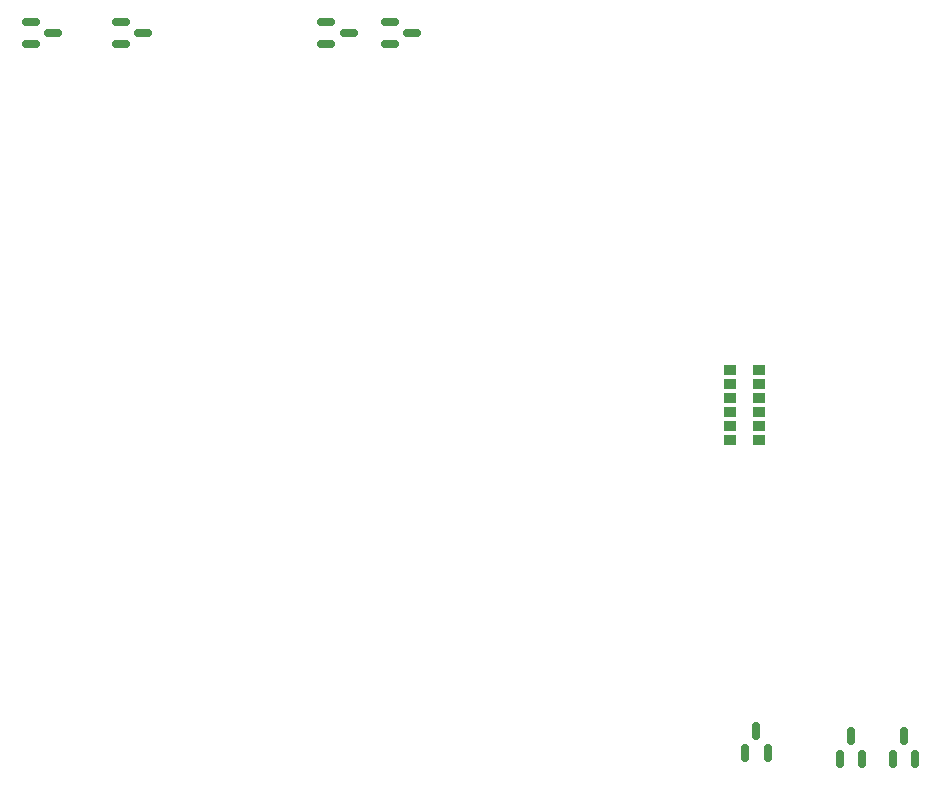
<source format=gbr>
%TF.GenerationSoftware,KiCad,Pcbnew,(6.0.0)*%
%TF.CreationDate,2022-08-12T16:53:37+02:00*%
%TF.ProjectId,PulseOximeter,50756c73-654f-4786-996d-657465722e6b,rev?*%
%TF.SameCoordinates,Original*%
%TF.FileFunction,Paste,Top*%
%TF.FilePolarity,Positive*%
%FSLAX46Y46*%
G04 Gerber Fmt 4.6, Leading zero omitted, Abs format (unit mm)*
G04 Created by KiCad (PCBNEW (6.0.0)) date 2022-08-12 16:53:37*
%MOMM*%
%LPD*%
G01*
G04 APERTURE LIST*
G04 Aperture macros list*
%AMRoundRect*
0 Rectangle with rounded corners*
0 $1 Rounding radius*
0 $2 $3 $4 $5 $6 $7 $8 $9 X,Y pos of 4 corners*
0 Add a 4 corners polygon primitive as box body*
4,1,4,$2,$3,$4,$5,$6,$7,$8,$9,$2,$3,0*
0 Add four circle primitives for the rounded corners*
1,1,$1+$1,$2,$3*
1,1,$1+$1,$4,$5*
1,1,$1+$1,$6,$7*
1,1,$1+$1,$8,$9*
0 Add four rect primitives between the rounded corners*
20,1,$1+$1,$2,$3,$4,$5,0*
20,1,$1+$1,$4,$5,$6,$7,0*
20,1,$1+$1,$6,$7,$8,$9,0*
20,1,$1+$1,$8,$9,$2,$3,0*%
G04 Aperture macros list end*
%ADD10R,1.000000X0.900000*%
%ADD11RoundRect,0.150000X0.150000X-0.587500X0.150000X0.587500X-0.150000X0.587500X-0.150000X-0.587500X0*%
%ADD12RoundRect,0.150000X-0.587500X-0.150000X0.587500X-0.150000X0.587500X0.150000X-0.587500X0.150000X0*%
G04 APERTURE END LIST*
D10*
%TO.C,U2*%
X148250000Y-90500000D03*
X148250000Y-91700000D03*
X148250000Y-92900000D03*
X148250000Y-94100000D03*
X148250000Y-95300000D03*
X148250000Y-96500000D03*
X150750000Y-96500000D03*
X150750000Y-95300000D03*
X150750000Y-94100000D03*
X150750000Y-92900000D03*
X150750000Y-91700000D03*
X150750000Y-90500000D03*
%TD*%
D11*
%TO.C,Q6*%
X157550000Y-123437500D03*
X159450000Y-123437500D03*
X158500000Y-121562500D03*
%TD*%
%TO.C,Q7*%
X162050000Y-123437500D03*
X163950000Y-123437500D03*
X163000000Y-121562500D03*
%TD*%
D12*
%TO.C,Q4*%
X119492500Y-61050000D03*
X119492500Y-62950000D03*
X121367500Y-62000000D03*
%TD*%
%TO.C,Q3*%
X114092500Y-61050000D03*
X114092500Y-62950000D03*
X115967500Y-62000000D03*
%TD*%
%TO.C,Q1*%
X89092500Y-61050000D03*
X89092500Y-62950000D03*
X90967500Y-62000000D03*
%TD*%
D11*
%TO.C,Q5*%
X149550000Y-122937500D03*
X151450000Y-122937500D03*
X150500000Y-121062500D03*
%TD*%
D12*
%TO.C,Q2*%
X96692500Y-61050000D03*
X96692500Y-62950000D03*
X98567500Y-62000000D03*
%TD*%
M02*

</source>
